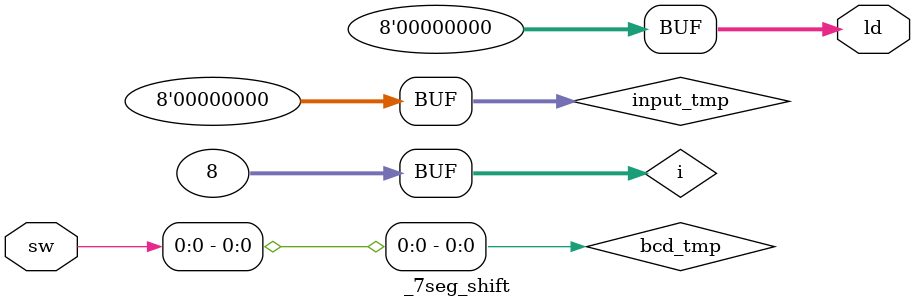
<source format=v>
`timescale 1ns / 1ps

module _7seg_shift(sw, ld);

input [7:0] sw;
output reg [7:0] ld; 


reg [11:0] bcd_tmp;
reg [7:0] input_tmp;


integer i;

always @ (*)
begin
bcd_tmp = 12'b0;
input_tmp = sw;
for (i = 0; i < 8; i = i+1)
begin
   
    if (bcd_tmp [3:0] > 4)
       bcd_tmp [3:0] = bcd_tmp [3:0] + 4'b0011; //birler
       
    if (bcd_tmp [7:4] > 4)
        bcd_tmp [7:4] = bcd_tmp [7:4] + 4'b0011; //onlar
    
    if (bcd_tmp [11:8] > 4)
        bcd_tmp [11:8] = bcd_tmp [11:8] + 4'b0011; //yuzler
     
        bcd_tmp = {bcd_tmp [10:0], input_tmp [7]};
        input_tmp = input_tmp << 1;
end

ld = 8'b0;

end

endmodule

</source>
